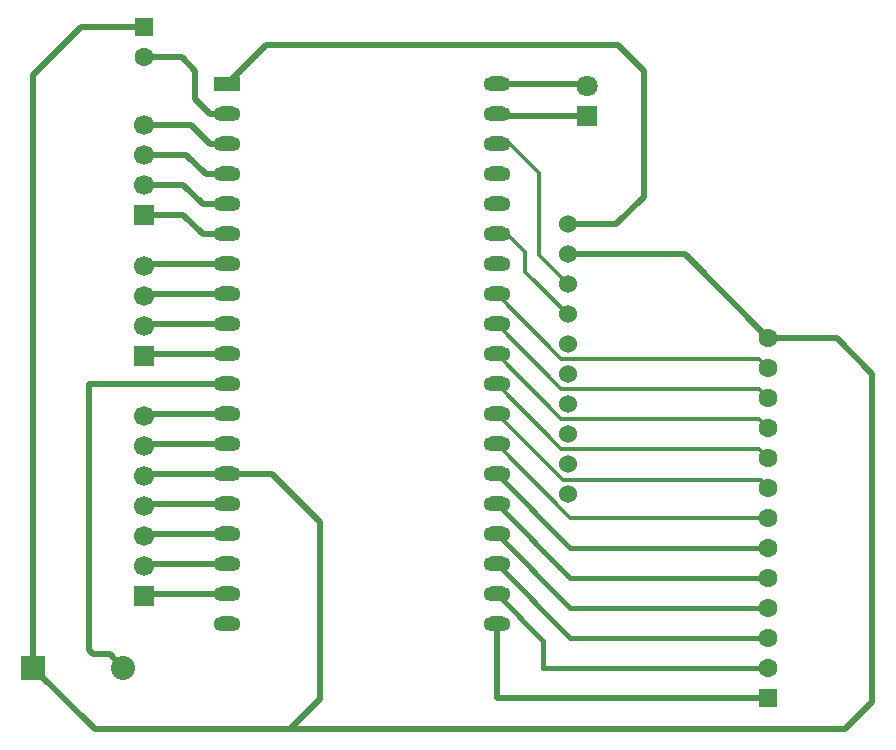
<source format=gbl>
G04 Layer: BottomLayer*
G04 EasyEDA v6.5.23, 2023-06-03 17:25:55*
G04 e563b856323e489fb497cbcb29ae2dd2,10*
G04 Gerber Generator version 0.2*
G04 Scale: 100 percent, Rotated: No, Reflected: No *
G04 Dimensions in millimeters *
G04 leading zeros omitted , absolute positions ,4 integer and 5 decimal *
%FSLAX45Y45*%
%MOMM*%

%ADD10C,0.5000*%
%ADD11C,0.3000*%
%ADD12C,0.4000*%
%ADD13R,2.0320X2.0320*%
%ADD14C,2.0320*%
%ADD15R,2.2860X1.2700*%
%ADD16O,2.286X1.27*%
%ADD17C,1.6000*%
%ADD18R,1.6000X1.6000*%
%ADD19R,1.7000X1.7000*%
%ADD20C,1.7000*%
%ADD21C,1.5240*%
%ADD22R,1.8000X1.8000*%
%ADD23C,1.8000*%

%LPD*%
D10*
X3213100Y3911600D02*
G01*
X3213100Y3911600D01*
X7912100Y3911600D01*
X8140700Y4140200D01*
X8140700Y6921500D01*
X7848600Y7226300D01*
X7264400Y7226300D01*
X1041400Y4432300D02*
G01*
X1562100Y3911600D01*
X3213100Y3911600D01*
X3467100Y4165600D01*
X3467100Y5664200D01*
X3060700Y6070600D01*
X2679700Y6070600D01*
X5569087Y7930982D02*
G01*
X6559717Y7930982D01*
X7264400Y7226300D01*
D11*
X4965700Y7594600D02*
G01*
X5511800Y7048500D01*
X7188200Y7048500D01*
X7264400Y6972300D01*
X4965700Y7340600D02*
G01*
X5511800Y6794500D01*
X7188200Y6794500D01*
X7264400Y6718300D01*
X4965700Y7086600D02*
G01*
X5511800Y6540500D01*
X7188200Y6540500D01*
X7264400Y6464300D01*
X4965700Y6832600D02*
G01*
X5511800Y6286500D01*
X7188200Y6286500D01*
X7264400Y6210300D01*
X4965700Y6578600D02*
G01*
X5524500Y6019800D01*
X7200900Y6019800D01*
X7264400Y5956300D01*
D10*
X5727700Y9359900D02*
G01*
X5715000Y9372600D01*
X4965700Y9372600D01*
X5727700Y9105900D02*
G01*
X4965700Y9105900D01*
X4965700Y9118600D01*
D11*
X4965700Y6324600D02*
G01*
X5588000Y5702300D01*
X7264400Y5702300D01*
D12*
X4965700Y5308600D02*
G01*
X5588000Y4686300D01*
X7264400Y4686300D01*
X4965700Y5054600D02*
G01*
X5359400Y4660900D01*
X5359400Y4432300D01*
X7264400Y4432300D01*
X4965700Y6070600D02*
G01*
X5588000Y5448300D01*
X7264400Y5448300D01*
X4965700Y5816600D02*
G01*
X5588000Y5194300D01*
X7264400Y5194300D01*
D11*
X5569204Y7422895D02*
G01*
X5207000Y7785100D01*
X5207000Y7950200D01*
X5054600Y8102600D01*
X4965700Y8102600D01*
X5569204Y7676895D02*
G01*
X5321300Y7924800D01*
X5321300Y8623300D01*
X5080000Y8864600D01*
X4965700Y8864600D01*
D10*
X2679700Y5054600D02*
G01*
X1993900Y5054600D01*
X1981200Y5041900D01*
X2679700Y8864600D02*
G01*
X2540000Y8864600D01*
X2374900Y9029700D01*
X1981200Y9029700D01*
X2679700Y9372600D02*
G01*
X3009900Y9702800D01*
X5994400Y9702800D01*
X6210300Y9486900D01*
X6210300Y8420100D01*
X5975182Y8184982D01*
X5569087Y8184982D01*
X2679700Y5562600D02*
G01*
X1993900Y5562600D01*
X1981200Y5549900D01*
D12*
X4965700Y5562600D02*
G01*
X5588000Y4940300D01*
X7264400Y4940300D01*
D10*
X4965700Y4800600D02*
G01*
X4965700Y4178300D01*
X7264400Y4178300D01*
X1802406Y4432300D02*
G01*
X1688106Y4546600D01*
X1549400Y4546600D01*
X1511300Y4584700D01*
X1511300Y6832600D01*
X2679700Y6832600D01*
X1981200Y9853190D02*
G01*
X1447800Y9855200D01*
X1041400Y9448800D01*
X1041400Y4432300D01*
X2679700Y6070600D02*
G01*
X1993900Y6070600D01*
X1981200Y6057900D01*
X2679700Y5308600D02*
G01*
X1993900Y5308600D01*
X1981200Y5295900D01*
X2679700Y5816600D02*
G01*
X1993900Y5816600D01*
X1981200Y5803900D01*
X2679700Y6324600D02*
G01*
X1993900Y6324600D01*
X1981200Y6311900D01*
X2679700Y6578600D02*
G01*
X1993900Y6578600D01*
X1981200Y6565900D01*
X2679700Y7086600D02*
G01*
X1993900Y7086600D01*
X1981200Y7073900D01*
X2679700Y7340600D02*
G01*
X1993900Y7340600D01*
X1981200Y7327900D01*
X2679700Y7594600D02*
G01*
X1993900Y7594600D01*
X1981200Y7581900D01*
X2679700Y7848600D02*
G01*
X1993900Y7848600D01*
X1981200Y7835900D01*
X2679700Y8102600D02*
G01*
X2476500Y8102600D01*
X2311400Y8267700D01*
X1981200Y8267700D01*
X2679700Y8356600D02*
G01*
X2476500Y8356600D01*
X2311400Y8521700D01*
X1981200Y8521700D01*
X2679700Y8610600D02*
G01*
X2501900Y8610600D01*
X2336800Y8775700D01*
X1981200Y8775700D01*
X2679700Y9118600D02*
G01*
X2540000Y9118600D01*
X2413000Y9245600D01*
X2413000Y9486900D01*
X2298700Y9601200D01*
X1981200Y9603234D01*
D13*
G01*
X1041400Y4432300D03*
D14*
G01*
X1802409Y4432300D03*
D15*
G01*
X2679700Y9372600D03*
D16*
G01*
X2679700Y9118600D03*
G01*
X2679700Y8864600D03*
G01*
X2679700Y8610600D03*
G01*
X2679700Y8356600D03*
G01*
X2679700Y8102600D03*
G01*
X2679700Y7848600D03*
G01*
X2679700Y7594600D03*
G01*
X2679700Y7340600D03*
G01*
X2679700Y7086600D03*
G01*
X2679700Y6832600D03*
G01*
X2679700Y6578600D03*
G01*
X2679700Y6324600D03*
G01*
X2679700Y6070600D03*
G01*
X2679700Y5816600D03*
G01*
X2679700Y5562600D03*
G01*
X2679700Y5308600D03*
G01*
X2679700Y5054600D03*
G01*
X2679700Y4800600D03*
G01*
X4965700Y4800600D03*
G01*
X4965700Y5054600D03*
G01*
X4965700Y5308600D03*
G01*
X4965700Y5562600D03*
G01*
X4965700Y5816600D03*
G01*
X4965700Y6070600D03*
G01*
X4965700Y6324600D03*
G01*
X4965700Y6578600D03*
G01*
X4965700Y6832600D03*
G01*
X4965700Y7086600D03*
G01*
X4965700Y7340600D03*
G01*
X4965700Y7594600D03*
G01*
X4965700Y7848600D03*
G01*
X4965700Y8102600D03*
G01*
X4965700Y8356600D03*
G01*
X4965700Y8610600D03*
G01*
X4965700Y8864600D03*
G01*
X4965700Y9118600D03*
G01*
X4965700Y9372600D03*
D17*
G01*
X1981200Y9603206D03*
D18*
G01*
X1981200Y9853193D03*
D19*
G01*
X1981200Y7073900D03*
D20*
G01*
X1981200Y7327900D03*
G01*
X1981200Y7581900D03*
G01*
X1981200Y7835900D03*
D21*
G01*
X5569087Y5898982D03*
G01*
X5569087Y8184982D03*
G01*
X5569087Y7930982D03*
G01*
X5569087Y7676982D03*
G01*
X5569087Y7422982D03*
G01*
X5569087Y7168982D03*
G01*
X5569087Y6914982D03*
G01*
X5569087Y6660982D03*
G01*
X5569087Y6406982D03*
G01*
X5569087Y6152982D03*
D18*
G01*
X7264400Y4178300D03*
D17*
G01*
X7264400Y4432300D03*
G01*
X7264400Y4686300D03*
G01*
X7264400Y4940300D03*
G01*
X7264400Y5194300D03*
G01*
X7264400Y5448300D03*
G01*
X7264400Y5702300D03*
G01*
X7264400Y5956300D03*
G01*
X7264400Y6210300D03*
G01*
X7264400Y6464300D03*
G01*
X7264400Y6718300D03*
G01*
X7264400Y6972300D03*
G01*
X7264400Y7226300D03*
D22*
G01*
X5727700Y9105900D03*
D23*
G01*
X5727700Y9359900D03*
D19*
G01*
X1981200Y5041900D03*
D20*
G01*
X1981200Y5295900D03*
G01*
X1981200Y5549900D03*
G01*
X1981200Y5803900D03*
G01*
X1981200Y6057900D03*
G01*
X1981200Y6311900D03*
G01*
X1981200Y6565900D03*
D19*
G01*
X1981200Y8267700D03*
D20*
G01*
X1981200Y8521700D03*
G01*
X1981200Y8775700D03*
G01*
X1981200Y9029700D03*
M02*

</source>
